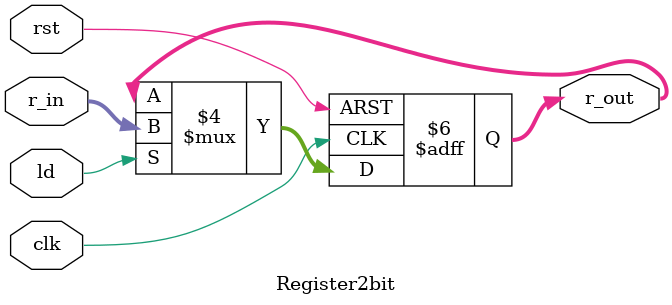
<source format=v>

module Register2bit(input clk, rst, ld, input [1:0] r_in, output reg [1:0] r_out);

	always@(posedge clk, posedge rst)begin
		if(rst == 1'b1)
			r_out <= 0;
		else if(ld == 1'b1)
				r_out <= r_in;
	end

 endmodule

</source>
